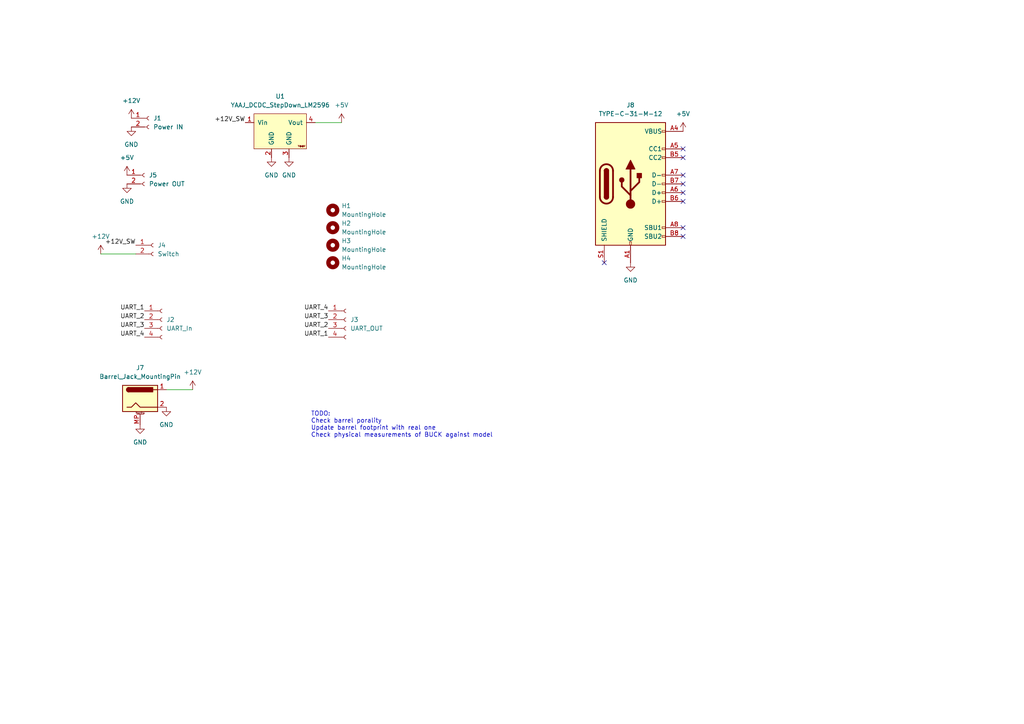
<source format=kicad_sch>
(kicad_sch (version 20230121) (generator eeschema)
  (paper "A4")
  (lib_symbols
    (symbol "--local:YAAJ_DCDC_StepDown_LM2596" (pin_names (offset 1.016))
      (property "Reference" "U" (at -5.08 6.35 0))
      (property "Value" "YAAJ_DCDC_StepDown_LM2596" (at 0 11.43 0))
      (symbol "YAAJ_DCDC_StepDown_LM2596_0_1"
        (rectangle (start -7.62 5.08) (end 7.62 -5.08) (fill (type background)))
      )
      (symbol "YAAJ_DCDC_StepDown_LM2596_1_1"
        (text "Y@@V" (at 6.1976 -4.2672 0) (effects (font (size 0.508 0.508))))
        (pin power_in line (at -10.16 2.54 0) (length 2.54) (name "Vin") (number "1"))
        (pin power_in line (at -2.54 -7.62 90) (length 2.54) (name "GND") (number "2"))
        (pin power_in line (at 2.54 -7.62 90) (length 2.54) (name "GND") (number "3"))
        (pin power_out line (at 10.16 2.54 180) (length 2.54) (name "Vout") (number "4"))
      )
    )
    (symbol "Connector:Barrel_Jack_MountingPin" (pin_names hide)
      (property "Reference" "J" (at 0 5.334 0))
      (property "Value" "Barrel_Jack_MountingPin" (at 1.27 -6.35 0))
      (symbol "Barrel_Jack_MountingPin_0_1"
        (rectangle (start -5.08 3.81) (end 5.08 -3.81) (stroke (width 0.254)) (fill (type background)))
        (arc (start -3.302 3.175) (mid -3.9343 2.54) (end -3.302 1.905) (stroke (width 0.254)))
        (arc (start -3.302 3.175) (mid -3.9343 2.54) (end -3.302 1.905) (stroke (width 0.254)) (fill (type outline)))
        (polyline (pts (xy 5.08 2.54) (xy 3.81 2.54)) (stroke (width 0.254)))
        (polyline (pts (xy -3.81 -2.54) (xy -2.54 -2.54) (xy -1.27 -1.27) (xy 0 -2.54) (xy 2.54 -2.54) (xy 5.08 -2.54)) (stroke (width 0.254)))
        (rectangle (start 3.683 3.175) (end -3.302 1.905) (stroke (width 0.254)) (fill (type outline)))
      )
      (symbol "Barrel_Jack_MountingPin_1_1"
        (polyline (pts (xy -1.016 -4.572) (xy 1.016 -4.572)) (stroke (width 0.1524)))
        (text "Mounting" (at 0 -4.191 0) (effects (font (size 0.381 0.381))))
        (pin passive line (at 7.62 2.54 180) (length 2.54) (name "~") (number "1"))
        (pin passive line (at 7.62 -2.54 180) (length 2.54) (name "~") (number "2"))
        (pin passive line (at 0 -7.62 90) (length 3.048) (name "MountPin") (number "MP"))
      )
    )
    (symbol "Connector:Conn_01x02_Socket" (pin_names (offset 1.016) hide)
      (property "Reference" "J" (at 0 2.54 0))
      (property "Value" "Conn_01x02_Socket" (at 0 -5.08 0))
      (symbol "Conn_01x02_Socket_1_1"
        (arc (start 0 -2.032) (mid -0.5058 -2.54) (end 0 -3.048) (stroke (width 0.1524)))
        (polyline (pts (xy -1.27 -2.54) (xy -0.508 -2.54)) (stroke (width 0.1524)))
        (polyline (pts (xy -1.27 0) (xy -0.508 0)) (stroke (width 0.1524)))
        (arc (start 0 0.508) (mid -0.5058 0) (end 0 -0.508) (stroke (width 0.1524)))
        (pin passive line (at -5.08 0 0) (length 3.81) (name "Pin_1") (number "1"))
        (pin passive line (at -5.08 -2.54 0) (length 3.81) (name "Pin_2") (number "2"))
      )
    )
    (symbol "Connector:Conn_01x04_Socket" (pin_names (offset 1.016) hide)
      (property "Reference" "J" (at 0 5.08 0))
      (property "Value" "Conn_01x04_Socket" (at 0 -7.62 0))
      (symbol "Conn_01x04_Socket_1_1"
        (arc (start 0 -4.572) (mid -0.5058 -5.08) (end 0 -5.588) (stroke (width 0.1524)))
        (arc (start 0 -2.032) (mid -0.5058 -2.54) (end 0 -3.048) (stroke (width 0.1524)))
        (polyline (pts (xy -1.27 -5.08) (xy -0.508 -5.08)) (stroke (width 0.1524)))
        (polyline (pts (xy -1.27 -2.54) (xy -0.508 -2.54)) (stroke (width 0.1524)))
        (polyline (pts (xy -1.27 0) (xy -0.508 0)) (stroke (width 0.1524)))
        (polyline (pts (xy -1.27 2.54) (xy -0.508 2.54)) (stroke (width 0.1524)))
        (arc (start 0 0.508) (mid -0.5058 0) (end 0 -0.508) (stroke (width 0.1524)))
        (arc (start 0 3.048) (mid -0.5058 2.54) (end 0 2.032) (stroke (width 0.1524)))
        (pin passive line (at -5.08 2.54 0) (length 3.81) (name "Pin_1") (number "1"))
        (pin passive line (at -5.08 0 0) (length 3.81) (name "Pin_2") (number "2"))
        (pin passive line (at -5.08 -2.54 0) (length 3.81) (name "Pin_3") (number "3"))
        (pin passive line (at -5.08 -5.08 0) (length 3.81) (name "Pin_4") (number "4"))
      )
    )
    (symbol "Connector:USB_C_Receptacle_USB2.0" (pin_names (offset 1.016))
      (property "Reference" "J" (at -10.16 19.05 0))
      (property "Value" "USB_C_Receptacle_USB2.0" (at 19.05 19.05 0))
      (symbol "USB_C_Receptacle_USB2.0_0_0"
        (rectangle (start -0.254 -17.78) (end 0.254 -16.764))
        (rectangle (start 10.16 -14.986) (end 9.144 -15.494))
        (rectangle (start 10.16 -12.446) (end 9.144 -12.954))
        (rectangle (start 10.16 -4.826) (end 9.144 -5.334))
        (rectangle (start 10.16 -2.286) (end 9.144 -2.794))
        (rectangle (start 10.16 0.254) (end 9.144 -0.254))
        (rectangle (start 10.16 2.794) (end 9.144 2.286))
        (rectangle (start 10.16 7.874) (end 9.144 7.366))
        (rectangle (start 10.16 10.414) (end 9.144 9.906))
        (rectangle (start 10.16 15.494) (end 9.144 14.986))
      )
      (symbol "USB_C_Receptacle_USB2.0_0_1"
        (rectangle (start -10.16 17.78) (end 10.16 -17.78) (stroke (width 0.254)) (fill (type background)))
        (arc (start -8.89 -3.81) (mid -6.985 -5.7067) (end -5.08 -3.81) (stroke (width 0.508)))
        (arc (start -7.62 -3.81) (mid -6.985 -4.4423) (end -6.35 -3.81) (stroke (width 0.254)))
        (arc (start -7.62 -3.81) (mid -6.985 -4.4423) (end -6.35 -3.81) (stroke (width 0.254)) (fill (type outline)))
        (rectangle (start -7.62 -3.81) (end -6.35 3.81) (stroke (width 0.254)) (fill (type outline)))
        (arc (start -6.35 3.81) (mid -6.985 4.4423) (end -7.62 3.81) (stroke (width 0.254)))
        (arc (start -6.35 3.81) (mid -6.985 4.4423) (end -7.62 3.81) (stroke (width 0.254)) (fill (type outline)))
        (arc (start -5.08 3.81) (mid -6.985 5.7067) (end -8.89 3.81) (stroke (width 0.508)))
        (circle (center -2.54 1.143) (radius 0.635) (stroke (width 0.254)) (fill (type outline)))
        (circle (center 0 -5.842) (radius 1.27) (fill (type outline)))
        (polyline (pts (xy -8.89 -3.81) (xy -8.89 3.81)) (stroke (width 0.508)))
        (polyline (pts (xy -5.08 3.81) (xy -5.08 -3.81)) (stroke (width 0.508)))
        (polyline (pts (xy 0 -5.842) (xy 0 4.318)) (stroke (width 0.508)))
        (polyline (pts (xy 0 -3.302) (xy -2.54 -0.762) (xy -2.54 0.508)) (stroke (width 0.508)))
        (polyline (pts (xy 0 -2.032) (xy 2.54 0.508) (xy 2.54 1.778)) (stroke (width 0.508)))
        (polyline (pts (xy -1.27 4.318) (xy 0 6.858) (xy 1.27 4.318) (xy -1.27 4.318)) (stroke (width 0.254)) (fill (type outline)))
        (rectangle (start 1.905 1.778) (end 3.175 3.048) (stroke (width 0.254)) (fill (type outline)))
      )
      (symbol "USB_C_Receptacle_USB2.0_1_1"
        (pin passive line (at 0 -22.86 90) (length 5.08) (name "GND") (number "A1"))
        (pin passive line (at 0 -22.86 90) (length 5.08) hide (name "GND") (number "A12"))
        (pin passive line (at 15.24 15.24 180) (length 5.08) (name "VBUS") (number "A4"))
        (pin bidirectional line (at 15.24 10.16 180) (length 5.08) (name "CC1") (number "A5"))
        (pin bidirectional line (at 15.24 -2.54 180) (length 5.08) (name "D+") (number "A6"))
        (pin bidirectional line (at 15.24 2.54 180) (length 5.08) (name "D-") (number "A7"))
        (pin bidirectional line (at 15.24 -12.7 180) (length 5.08) (name "SBU1") (number "A8"))
        (pin passive line (at 15.24 15.24 180) (length 5.08) hide (name "VBUS") (number "A9"))
        (pin passive line (at 0 -22.86 90) (length 5.08) hide (name "GND") (number "B1"))
        (pin passive line (at 0 -22.86 90) (length 5.08) hide (name "GND") (number "B12"))
        (pin passive line (at 15.24 15.24 180) (length 5.08) hide (name "VBUS") (number "B4"))
        (pin bidirectional line (at 15.24 7.62 180) (length 5.08) (name "CC2") (number "B5"))
        (pin bidirectional line (at 15.24 -5.08 180) (length 5.08) (name "D+") (number "B6"))
        (pin bidirectional line (at 15.24 0 180) (length 5.08) (name "D-") (number "B7"))
        (pin bidirectional line (at 15.24 -15.24 180) (length 5.08) (name "SBU2") (number "B8"))
        (pin passive line (at 15.24 15.24 180) (length 5.08) hide (name "VBUS") (number "B9"))
        (pin passive line (at -7.62 -22.86 90) (length 5.08) (name "SHIELD") (number "S1"))
      )
    )
    (symbol "Mechanical:MountingHole" (pin_names (offset 1.016))
      (property "Reference" "H" (at 0 5.08 0))
      (property "Value" "MountingHole" (at 0 3.175 0))
      (symbol "MountingHole_0_1"
        (circle (center 0 0) (radius 1.27) (stroke (width 1.27)))
      )
    )
    (symbol "power:+12V" (power) (pin_names (offset 0))
      (property "Value" "+12V" (at 0 3.556 0))
      (symbol "+12V_0_1"
        (polyline (pts (xy -0.762 1.27) (xy 0 2.54)))
        (polyline (pts (xy 0 0) (xy 0 2.54)))
        (polyline (pts (xy 0 2.54) (xy 0.762 1.27)))
      )
      (symbol "+12V_1_1"
        (pin power_in line (at 0 0 90) (length 0) hide (name "+12V") (number "1"))
      )
    )
    (symbol "power:+5V" (power) (pin_names (offset 0))
      (property "Value" "+5V" (at 0 3.556 0))
      (symbol "+5V_0_1"
        (polyline (pts (xy -0.762 1.27) (xy 0 2.54)))
        (polyline (pts (xy 0 0) (xy 0 2.54)))
        (polyline (pts (xy 0 2.54) (xy 0.762 1.27)))
      )
      (symbol "+5V_1_1"
        (pin power_in line (at 0 0 90) (length 0) hide (name "+5V") (number "1"))
      )
    )
    (symbol "power:GND" (power) (pin_names (offset 0))
      (property "Value" "GND" (at 0 -3.81 0))
      (symbol "GND_0_1"
        (polyline (pts (xy 0 0) (xy 0 -1.27) (xy 1.27 -1.27) (xy 0 -2.54) (xy -1.27 -1.27) (xy 0 -1.27)))
      )
      (symbol "GND_1_1"
        (pin power_in line (at 0 0 270) (length 0) hide (name "GND") (number "1"))
      )
    )
  )
  (no_connect (at 198.12 66.04))
  (no_connect (at 198.12 68.58))
  (no_connect (at 198.12 43.18))
  (no_connect (at 198.12 55.88))
  (no_connect (at 198.12 53.34))
  (no_connect (at 175.26 76.2))
  (no_connect (at 198.12 58.42))
  (no_connect (at 198.12 45.72))
  (no_connect (at 198.12 50.8))
  (wire (pts (xy 29.21 73.66) (xy 39.37 73.66)))
  (wire (pts (xy 55.88 113.03) (xy 48.26 113.03)))
  (wire (pts (xy 99.06 35.56) (xy 91.44 35.56)))
  (text "TODO:\nCheck barrel porality\nUpdate barrel footprint with real one\nCheck physical measurements of BUCK against model" (at 90.17 127 0) (effects (font (size 1.27 1.27)) (justify left bottom)))
  (label "UART_2" (at 41.91 92.71 180))
  (label "UART_4" (at 41.91 97.79 180))
  (label "+12V_SW" (at 39.37 71.12 180))
  (label "UART_1" (at 41.91 90.17 180))
  (label "UART_1" (at 95.25 97.79 180))
  (label "UART_3" (at 41.91 95.25 180))
  (label "UART_4" (at 95.25 90.17 180))
  (label "UART_3" (at 95.25 92.71 180))
  (label "+12V_SW" (at 71.12 35.56 180))
  (label "UART_2" (at 95.25 95.25 180))
  (symbol (lib_id "Connector:Conn_01x02_Socket") (at 44.45 71.12 0) (unit 1)
    (property "Reference" "J4" (at 45.72 71.12 0) (effects (justify left)))
    (property "Value" "Switch" (at 45.72 73.66 0) (effects (justify left)))
    (property "Footprint" "Connector_JST:JST_EH_S2B-EH_1x02_P2.50mm_Horizontal" (effects hide))
  )
  (symbol (lib_id "Connector:Conn_01x04_Socket") (at 100.33 92.71 0) (unit 1)
    (property "Reference" "J3" (at 101.6 92.71 0) (effects (justify left)))
    (property "Value" "UART_OUT" (at 101.6 95.25 0) (effects (justify left)))
    (property "Footprint" "Connector_JST:JST_EH_S4B-EH_1x04_P2.50mm_Horizontal" (effects hide))
  )
  (symbol (lib_id "Mechanical:MountingHole") (at 96.52 66.04 0) (unit 1)
    (property "Reference" "H2" (at 99.06 64.77 0) (effects (justify left)))
    (property "Value" "MountingHole" (at 99.06 67.31 0) (effects (justify left)))
    (property "Footprint" "MountingHole:MountingHole_3.2mm_M3" (effects hide))
  )
  (symbol (lib_id "power:+12V") (at 55.88 113.03 0) (unit 1)
    (property "Reference" "#PWR014" (effects hide))
    (property "Value" "+12V" (at 55.88 107.95 0))
  )
  (symbol (lib_id "Mechanical:MountingHole") (at 96.52 76.2 0) (unit 1)
    (property "Reference" "H4" (at 99.06 74.93 0) (effects (justify left)))
    (property "Value" "MountingHole" (at 99.06 77.47 0) (effects (justify left)))
    (property "Footprint" "MountingHole:MountingHole_3.2mm_M3" (effects hide))
  )
  (symbol (lib_id "Connector:USB_C_Receptacle_USB2.0") (at 182.88 53.34 0) (unit 1)
    (property "Reference" "J8" (at 182.88 30.48 0))
    (property "Value" "TYPE-C-31-M-12" (at 182.88 33.02 0))
    (property "Footprint" "--local:USB_C_Receptacle_HRO_TYPE-C-31-M-12" (effects hide))
    (property "Datasheet" "https://www.usb.org/sites/default/files/documents/usb_type-c.zip" (effects hide))
    (property "lslc#" "C165948" (effects hide))
    (property "jlc-part-type" "E" (effects hide))
    (property "mpn" "TYPE-C-31-M-12" (effects hide))
  )
  (symbol (lib_id "power:+5V") (at 99.06 35.56 0) (unit 1)
    (property "Reference" "#PWR07" (effects hide))
    (property "Value" "+5V" (at 99.06 30.48 0))
  )
  (symbol (lib_id "power:GND") (at 36.83 53.34 0) (unit 1)
    (property "Reference" "#PWR03" (effects hide))
    (property "Value" "GND" (at 36.83 58.42 0))
  )
  (symbol (lib_id "Connector:Barrel_Jack_MountingPin") (at 40.64 115.57 0) (unit 1)
    (property "Reference" "J7" (at 40.64 106.68 0))
    (property "Value" "Barrel_Jack_MountingPin" (at 40.64 109.22 0))
    (property "Footprint" "Connector_BarrelJack:BarrelJack_Horizontal" (effects hide))
  )
  (symbol (lib_id "power:GND") (at 40.64 123.19 0) (unit 1)
    (property "Reference" "#PWR012" (effects hide))
    (property "Value" "GND" (at 40.64 128.27 0))
  )
  (symbol (lib_id "power:GND") (at 182.88 76.2 0) (unit 1)
    (property "Reference" "#PWR016" (effects hide))
    (property "Value" "GND" (at 182.88 81.28 0))
  )
  (symbol (lib_id "Connector:Conn_01x02_Socket") (at 41.91 50.8 0) (unit 1)
    (property "Reference" "J5" (at 43.18 50.8 0) (effects (justify left)))
    (property "Value" "Power OUT" (at 43.18 53.34 0) (effects (justify left)))
    (property "Footprint" "Connector_PinHeader_2.54mm:PinHeader_1x02_P2.54mm_Vertical" (effects hide))
  )
  (symbol (lib_id "Connector:Conn_01x04_Socket") (at 46.99 92.71 0) (unit 1)
    (property "Reference" "J2" (at 48.26 92.71 0) (effects (justify left)))
    (property "Value" "UART_In" (at 48.26 95.25 0) (effects (justify left)))
    (property "Footprint" "Connector_JST:JST_EH_S4B-EH_1x04_P2.50mm_Horizontal" (effects hide))
  )
  (symbol (lib_id "Connector:Conn_01x02_Socket") (at 43.18 34.29 0) (unit 1)
    (property "Reference" "J1" (at 44.45 34.29 0) (effects (justify left)))
    (property "Value" "Power IN" (at 44.45 36.83 0) (effects (justify left)))
    (property "Footprint" "Connector_PinHeader_2.54mm:PinHeader_1x02_P2.54mm_Vertical" (effects hide))
  )
  (symbol (lib_id "power:+5V") (at 36.83 50.8 0) (unit 1)
    (property "Reference" "#PWR08" (effects hide))
    (property "Value" "+5V" (at 36.83 45.72 0))
  )
  (symbol (lib_id "power:+12V") (at 29.21 73.66 0) (unit 1)
    (property "Reference" "#PWR06" (effects hide))
    (property "Value" "+12V" (at 29.21 68.58 0))
  )
  (symbol (lib_id "--local:YAAJ_DCDC_StepDown_LM2596") (at 81.28 38.1 0) (unit 1)
    (property "Reference" "U1" (at 81.28 27.94 0))
    (property "Value" "YAAJ_DCDC_StepDown_LM2596" (at 81.28 30.48 0))
    (property "Footprint" "--local:YAAJ_DCDC_StepDown_LM2596" (effects hide))
  )
  (symbol (lib_id "power:GND") (at 83.82 45.72 0) (unit 1)
    (property "Reference" "#PWR05" (effects hide))
    (property "Value" "GND" (at 83.82 50.8 0))
  )
  (symbol (lib_id "power:GND") (at 48.26 118.11 0) (unit 1)
    (property "Reference" "#PWR013" (effects hide))
    (property "Value" "GND" (at 48.26 123.19 0))
  )
  (symbol (lib_id "Mechanical:MountingHole") (at 96.52 71.12 0) (unit 1)
    (property "Reference" "H3" (at 99.06 69.85 0) (effects (justify left)))
    (property "Value" "MountingHole" (at 99.06 72.39 0) (effects (justify left)))
    (property "Footprint" "MountingHole:MountingHole_3.2mm_M3" (effects hide))
  )
  (symbol (lib_id "power:GND") (at 78.74 45.72 0) (unit 1)
    (property "Reference" "#PWR04" (effects hide))
    (property "Value" "GND" (at 78.74 50.8 0))
  )
  (symbol (lib_id "power:+12V") (at 38.1 34.29 0) (unit 1)
    (property "Reference" "#PWR01" (effects hide))
    (property "Value" "+12V" (at 38.1 29.21 0))
  )
  (symbol (lib_id "Mechanical:MountingHole") (at 96.52 60.96 0) (unit 1)
    (property "Reference" "H1" (at 99.06 59.69 0) (effects (justify left)))
    (property "Value" "MountingHole" (at 99.06 62.23 0) (effects (justify left)))
    (property "Footprint" "MountingHole:MountingHole_3.2mm_M3" (effects hide))
  )
  (symbol (lib_id "power:GND") (at 38.1 36.83 0) (unit 1)
    (property "Reference" "#PWR02" (effects hide))
    (property "Value" "GND" (at 38.1 41.91 0))
  )
  (symbol (lib_id "power:+5V") (at 198.12 38.1 0) (unit 1)
    (property "Reference" "#PWR017" (effects hide))
    (property "Value" "+5V" (at 198.12 33.02 0))
  )
)
</source>
